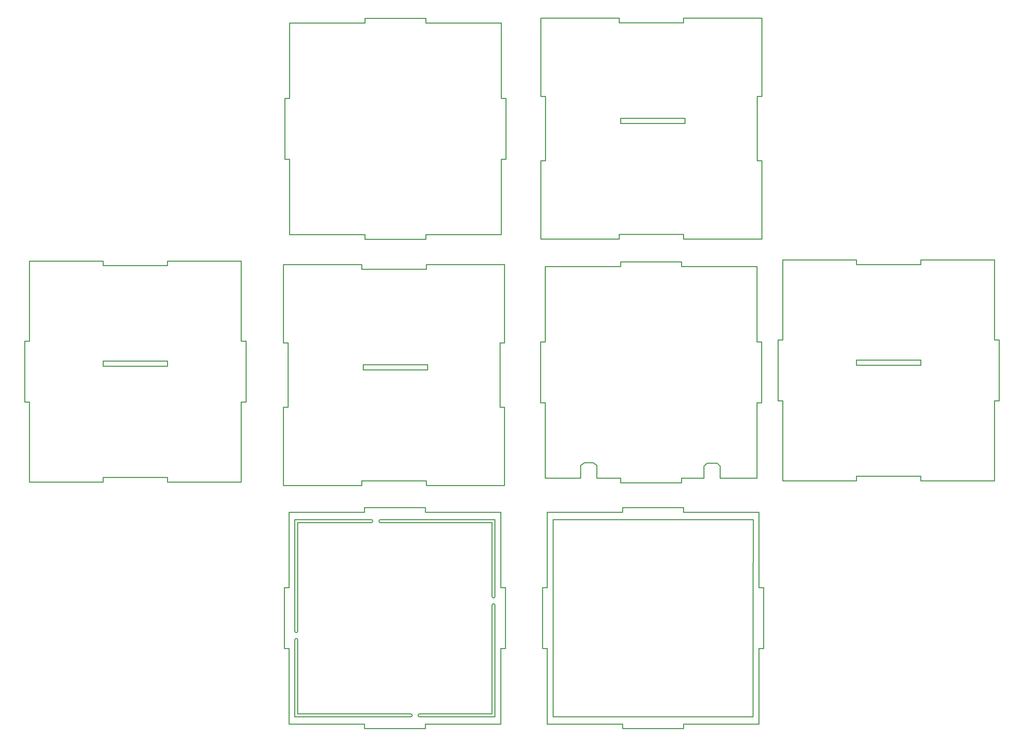
<source format=gbr>
%TF.GenerationSoftware,KiCad,Pcbnew,7.0.5-0*%
%TF.CreationDate,2024-04-21T20:32:49-04:00*%
%TF.ProjectId,swr_meter,7377725f-6d65-4746-9572-2e6b69636164,rev?*%
%TF.SameCoordinates,Original*%
%TF.FileFunction,Profile,NP*%
%FSLAX46Y46*%
G04 Gerber Fmt 4.6, Leading zero omitted, Abs format (unit mm)*
G04 Created by KiCad (PCBNEW 7.0.5-0) date 2024-04-21 20:32:49*
%MOMM*%
%LPD*%
G01*
G04 APERTURE LIST*
%TA.AperFunction,Profile*%
%ADD10C,0.349999*%
%TD*%
%TA.AperFunction,Profile*%
%ADD11C,0.350000*%
%TD*%
G04 APERTURE END LIST*
D10*
X252684119Y-20400000D02*
X274884119Y-20400000D01*
D11*
X180856540Y-259734000D02*
G75*
G03*
X180856540Y-258734000I-40J500000D01*
G01*
D10*
X253890000Y-189233999D02*
X227890540Y-189233999D01*
D11*
X208886540Y-218234000D02*
G75*
G03*
X209886540Y-218234000I500000J-40D01*
G01*
D10*
X225684119Y-68000000D02*
X227284119Y-68000000D01*
X309054004Y-150780004D02*
X307453998Y-150780004D01*
X49440007Y-178750000D02*
X74840001Y-178750000D01*
X253890540Y-262234000D02*
X227890540Y-262234000D01*
X49440007Y-102549999D02*
X74840001Y-102549999D01*
X211890540Y-262234000D02*
X185890540Y-262234000D01*
X309054004Y-178380003D02*
X309054004Y-150780004D01*
X74840003Y-137069997D02*
X97040003Y-137069997D01*
X164890000Y-187634000D02*
X164890000Y-189233999D01*
X301884116Y-68000000D02*
X301884116Y-95000000D01*
X74840003Y-138849997D02*
X74840003Y-137069997D01*
D11*
X208886540Y-258734000D02*
X208886540Y-221234000D01*
D10*
X213490000Y-215240000D02*
X213490000Y-236234000D01*
X213700000Y-46450000D02*
X212100002Y-46450000D01*
X274890540Y-189234000D02*
X300890540Y-189234000D01*
X137000000Y-130800000D02*
X138600000Y-130800000D01*
X227890540Y-262234000D02*
X227890540Y-236234000D01*
X211890540Y-236234000D02*
X211890540Y-262234000D01*
X274890000Y-187634000D02*
X274890000Y-189234000D01*
X185890540Y-189234000D02*
X211890540Y-189234000D01*
X185890540Y-263834000D02*
X164890540Y-263834000D01*
X186100002Y-95049999D02*
X186100002Y-93450000D01*
X137290540Y-215233999D02*
X138890540Y-215233999D01*
X383691999Y-150780004D02*
X382053997Y-150780004D01*
D11*
X298886540Y-221234000D02*
X298886540Y-259734000D01*
D10*
X356653997Y-178380003D02*
X356653997Y-176780004D01*
X213200013Y-179999954D02*
X213200013Y-153000000D01*
X225684118Y-45800002D02*
X225684118Y-18800003D01*
X274884118Y-95000000D02*
X274884118Y-93400000D01*
X309054004Y-129780004D02*
X309054004Y-102180002D01*
X309054004Y-129780004D02*
X307453998Y-129780004D01*
X275384118Y-53300000D02*
X275384118Y-55100000D01*
X164890540Y-262233998D02*
X164890540Y-263833996D01*
X74840001Y-104150001D02*
X74840001Y-102549999D01*
X47840001Y-130150001D02*
X47840001Y-151150001D01*
X167256540Y-191734000D02*
X140890540Y-191734000D01*
X124078002Y-151150001D02*
X124078002Y-130150001D01*
D11*
X141890540Y-192734000D02*
X141890540Y-230200000D01*
D10*
X74840001Y-178750000D02*
X74840001Y-177150001D01*
X186700002Y-138300000D02*
X186700002Y-140100000D01*
X209890540Y-218234000D02*
X209890540Y-191734000D01*
X253184118Y-55100000D02*
X253184118Y-53300000D01*
D11*
X141890540Y-258734000D02*
X141890540Y-233200000D01*
D10*
X186200002Y-105400001D02*
X164000002Y-105400001D01*
X211890540Y-236234000D02*
X213490000Y-236234000D01*
X186100002Y-18850002D02*
X165100002Y-18850002D01*
X334453998Y-176780004D02*
X356653997Y-176780004D01*
X137500003Y-67450000D02*
X139100002Y-67450000D01*
X165100002Y-95049999D02*
X186100002Y-95049999D01*
X186200002Y-103799999D02*
X186200002Y-105400001D01*
D11*
X209886540Y-221234000D02*
X209886540Y-259734000D01*
D10*
X49440007Y-130150001D02*
X47840001Y-130150001D01*
X274884119Y-18800000D02*
X301884116Y-18800000D01*
X139100002Y-20450000D02*
X139100002Y-46450000D01*
X300890540Y-236234000D02*
X302490000Y-236234000D01*
D11*
X211600000Y-130800000D02*
X211600000Y-153000000D01*
X141890540Y-233200000D02*
G75*
G03*
X140890540Y-233200000I-500000J-40D01*
G01*
D10*
X307453998Y-129780004D02*
X307453998Y-150780004D01*
X259356540Y-191734000D02*
X229890540Y-191734000D01*
X164000002Y-105400001D02*
X164000002Y-103799999D01*
X186200002Y-178400001D02*
X186200002Y-180000000D01*
X227890540Y-236234000D02*
X226290540Y-236234000D01*
D11*
X167256540Y-192734000D02*
G75*
G03*
X167256540Y-191734000I-40J500000D01*
G01*
X183856540Y-258734000D02*
G75*
G03*
X183856540Y-259734000I-40J-500000D01*
G01*
D10*
X137290540Y-236234001D02*
X137290540Y-215233999D01*
X382053997Y-178380003D02*
X382053997Y-150780004D01*
D11*
X211600004Y-130800000D02*
X213200013Y-130800000D01*
D10*
X274224458Y-104416373D02*
X300224458Y-104416373D01*
X300224458Y-130416372D01*
X301824457Y-130416372D01*
X301824457Y-151416373D01*
X300224458Y-151416373D01*
X300224458Y-177416373D01*
X293724458Y-177416373D01*
X287500000Y-177416373D01*
X287500000Y-173250000D01*
X286500000Y-172250000D01*
X283000000Y-172250000D01*
X281950000Y-173250000D01*
X281950000Y-177416373D01*
X274224458Y-177416373D01*
X274224458Y-179016371D01*
X253224458Y-179016371D01*
X253224458Y-177416373D01*
X245000000Y-177416373D01*
X245000000Y-173000000D01*
X243750000Y-172100000D01*
X240750000Y-172100000D01*
X239400000Y-173000000D01*
X239400000Y-177416373D01*
X227224458Y-177416373D01*
X227224458Y-151416373D01*
X225624460Y-151416373D01*
X225624460Y-130416372D01*
X227224458Y-130416372D01*
X227224458Y-104416373D01*
X253224458Y-104416373D01*
X253224458Y-102816373D01*
X274224458Y-102816373D01*
X274224458Y-104416373D01*
X138890540Y-236234001D02*
X137290540Y-236234001D01*
X383691999Y-129780004D02*
X382053997Y-129780004D01*
X97040000Y-104150001D02*
X97040000Y-102549999D01*
X124078002Y-130150001D02*
X122440000Y-130150001D01*
X186200002Y-180000000D02*
X213200004Y-180000000D01*
X164000002Y-180000000D02*
X164000002Y-178400001D01*
X186100002Y-93450000D02*
X212100002Y-93450000D01*
D11*
X208886540Y-218234000D02*
X208886540Y-192734000D01*
D10*
X213200013Y-130800000D02*
X213200013Y-103799953D01*
D11*
X170356540Y-191734000D02*
G75*
G03*
X170356540Y-192734000I-40J-500000D01*
G01*
D10*
X356653997Y-178380003D02*
X382053997Y-178380003D01*
X298886540Y-221234000D02*
X298890540Y-191734000D01*
X164000002Y-178400001D02*
X186200002Y-178400001D01*
X138890540Y-215233999D02*
X138890540Y-189233999D01*
X356653997Y-103780004D02*
X356653997Y-102180002D01*
X140890540Y-230200000D02*
X140890540Y-191734000D01*
X165100002Y-20450000D02*
X139100002Y-20450000D01*
D11*
X167256540Y-192734000D02*
X141890540Y-192734000D01*
D10*
X97040000Y-102549999D02*
X122440000Y-102549999D01*
D11*
X141890540Y-258734000D02*
X180856540Y-258734000D01*
D10*
X122440000Y-130150001D02*
X122440000Y-102549999D01*
X275384118Y-55100000D02*
X253184118Y-55100000D01*
X227890540Y-215234000D02*
X227890540Y-189234000D01*
X213200004Y-153000000D02*
X211600004Y-153000000D01*
X137000000Y-153000000D02*
X137000000Y-180000000D01*
X185890000Y-187634000D02*
X185890000Y-189234000D01*
X212100002Y-93450000D02*
X212100002Y-67450000D01*
X165100002Y-18850002D02*
X165100002Y-20450000D01*
X334454000Y-136700000D02*
X356654000Y-136700000D01*
X74840001Y-177150001D02*
X97040000Y-177150001D01*
X227284118Y-45800002D02*
X225684118Y-45800002D01*
X138890540Y-262233998D02*
X138890540Y-236234001D01*
X382053997Y-129780004D02*
X382053997Y-102180002D01*
X227284119Y-68000000D02*
X227284119Y-45800000D01*
X124078002Y-151150001D02*
X122440000Y-151150001D01*
X213209200Y-103799953D02*
X186209000Y-103799953D01*
X122440000Y-178750000D02*
X122440000Y-151150001D01*
X164517400Y-140100000D02*
X164517400Y-138300000D01*
X211890000Y-189233999D02*
X211890000Y-215233999D01*
X302490000Y-215240000D02*
X302490000Y-236234000D01*
X164890540Y-262233998D02*
X138890540Y-262233998D01*
X383691999Y-150780004D02*
X383691999Y-129780000D01*
X226290540Y-236234000D02*
X226290540Y-215234000D01*
X229890540Y-230200000D02*
X229890540Y-259734000D01*
X253890000Y-187634000D02*
X253890000Y-189233999D01*
X138600000Y-130800000D02*
X138600000Y-153000000D01*
X140890540Y-233200000D02*
X140890540Y-259734000D01*
X225684118Y-18800003D02*
X252684119Y-18800003D01*
X274884119Y-20400000D02*
X274884119Y-18800000D01*
X213700000Y-67450000D02*
X213700000Y-46450000D01*
X300890540Y-262234000D02*
X274890540Y-262234000D01*
X165100002Y-93450000D02*
X165100002Y-95049999D01*
X356653997Y-102180002D02*
X382053997Y-102180002D01*
X300890000Y-215234000D02*
X302490000Y-215234000D01*
X309054004Y-178380003D02*
X334453998Y-178380003D01*
X137000000Y-180000000D02*
X164000002Y-180000000D01*
X137000000Y-103799953D02*
X137000000Y-130800000D01*
X272856540Y-259734000D02*
X229890540Y-259734000D01*
X165100002Y-93450000D02*
X139100002Y-93450000D01*
X137500003Y-46450000D02*
X137500003Y-67450000D01*
X97040003Y-137069997D02*
X97040003Y-138849997D01*
X186100002Y-18850002D02*
X186100002Y-20450000D01*
D11*
X164890000Y-187634000D02*
X185890000Y-187634000D01*
D10*
X97040000Y-178750000D02*
X122440000Y-178750000D01*
X164890000Y-189233999D02*
X138890540Y-189233999D01*
X183856540Y-259734000D02*
X209886540Y-259734000D01*
X225684118Y-95000000D02*
X225684118Y-68000000D01*
X274884118Y-93400000D02*
X252684118Y-93400000D01*
X356654000Y-138480000D02*
X334454000Y-138480000D01*
X97040003Y-138849997D02*
X74840003Y-138849997D01*
X334453998Y-103780004D02*
X334453998Y-102180002D01*
X252684118Y-95000008D02*
X225684118Y-95000008D01*
X185890540Y-262234000D02*
X185890540Y-263834000D01*
D11*
X164517400Y-138300000D02*
X186700002Y-138300000D01*
D10*
X164000002Y-103799972D02*
X137000000Y-103799953D01*
D11*
X208886540Y-192734000D02*
X170356540Y-192734000D01*
D10*
X97040000Y-178750000D02*
X97040000Y-177150001D01*
D11*
X140890540Y-230200000D02*
G75*
G03*
X141890540Y-230200000I500000J-40D01*
G01*
D10*
X212100002Y-46450000D02*
X212100002Y-20450000D01*
X252684118Y-93400000D02*
X252684118Y-95000000D01*
X272856540Y-259734000D02*
X298886540Y-259734000D01*
X170356540Y-191734000D02*
X209890540Y-191734000D01*
D11*
X208886540Y-258734000D02*
X183856540Y-258734000D01*
D10*
X139100002Y-67450000D02*
X139100002Y-93450000D01*
X300890540Y-236234000D02*
X300890540Y-262234000D01*
X49440007Y-151150001D02*
X47840001Y-151150001D01*
X300284118Y-45800002D02*
X300284118Y-68000000D01*
X309054004Y-102180002D02*
X334453998Y-102180002D01*
X139100002Y-46450000D02*
X137500003Y-46450000D01*
X49440007Y-130150001D02*
X49440007Y-102549999D01*
X74840001Y-104150001D02*
X97040000Y-104150001D01*
X301884116Y-45800002D02*
X300284118Y-45800002D01*
X334453998Y-103780004D02*
X356653997Y-103780004D01*
X356654000Y-136700000D02*
X356654000Y-138480000D01*
X334453998Y-178380003D02*
X334453998Y-176780004D01*
X138600000Y-153000000D02*
X137000000Y-153000000D01*
X49440007Y-178750000D02*
X49440007Y-151150001D01*
X180856540Y-259734000D02*
X140890540Y-259734000D01*
X300890540Y-189234000D02*
X300890000Y-215234000D01*
X211890000Y-215234000D02*
X213490000Y-215234000D01*
X301884116Y-95000000D02*
X274884118Y-95000000D01*
X334454000Y-138480000D02*
X334454000Y-136700000D01*
X226290540Y-215234000D02*
X227890540Y-215234000D01*
X186700002Y-140100000D02*
X164517400Y-140100000D01*
X253890540Y-262234000D02*
X253890540Y-263834000D01*
X212100002Y-67450000D02*
X213700000Y-67450000D01*
X229890540Y-230200000D02*
X229890540Y-191734000D01*
X300284118Y-68000000D02*
X301884116Y-68000000D01*
D11*
X209886540Y-221234000D02*
G75*
G03*
X208886540Y-221234000I-500000J-40D01*
G01*
D10*
X274890540Y-263834000D02*
X253890540Y-263834000D01*
X253184118Y-53300000D02*
X275384118Y-53300000D01*
X252684119Y-18800000D02*
X252684119Y-20400000D01*
D11*
X253890000Y-187634000D02*
X274890000Y-187634000D01*
D10*
X212100002Y-20450000D02*
X186100002Y-20450000D01*
X259356540Y-191734000D02*
X298890540Y-191734000D01*
X301884116Y-18800003D02*
X301884116Y-45800002D01*
X274890540Y-262234000D02*
X274890540Y-263834000D01*
M02*

</source>
